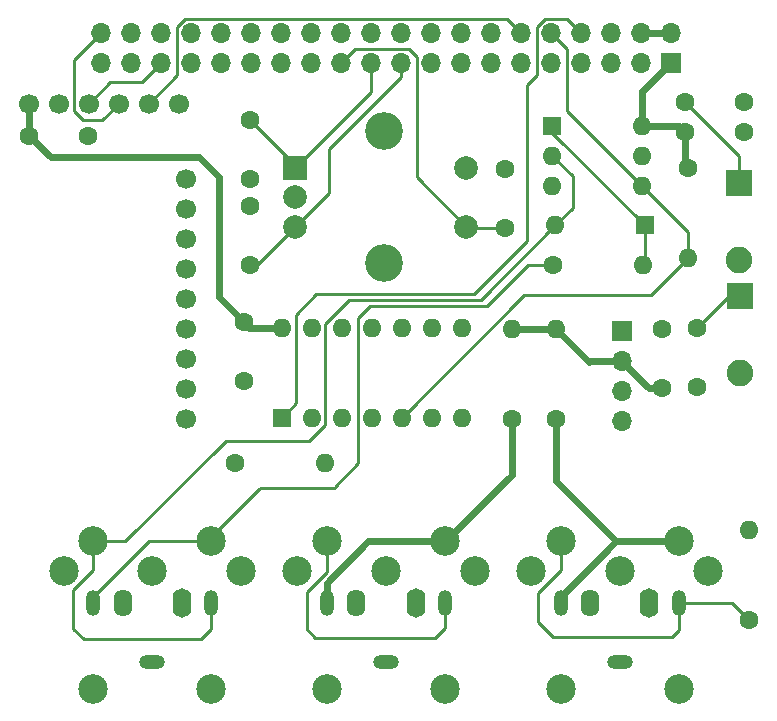
<source format=gtl>
G04 #@! TF.GenerationSoftware,KiCad,Pcbnew,7.0.9*
G04 #@! TF.CreationDate,2023-11-29T14:02:09+00:00*
G04 #@! TF.ProjectId,RPi-400-MIDI-MiniDexed,5250692d-3430-4302-9d4d-4944492d4d69,rev?*
G04 #@! TF.SameCoordinates,Original*
G04 #@! TF.FileFunction,Copper,L1,Top*
G04 #@! TF.FilePolarity,Positive*
%FSLAX46Y46*%
G04 Gerber Fmt 4.6, Leading zero omitted, Abs format (unit mm)*
G04 Created by KiCad (PCBNEW 7.0.9) date 2023-11-29 14:02:09*
%MOMM*%
%LPD*%
G01*
G04 APERTURE LIST*
G04 #@! TA.AperFunction,ComponentPad*
%ADD10R,1.700000X1.700000*%
G04 #@! TD*
G04 #@! TA.AperFunction,ComponentPad*
%ADD11O,1.700000X1.700000*%
G04 #@! TD*
G04 #@! TA.AperFunction,WasherPad*
%ADD12C,2.499360*%
G04 #@! TD*
G04 #@! TA.AperFunction,ComponentPad*
%ADD13C,2.499360*%
G04 #@! TD*
G04 #@! TA.AperFunction,ComponentPad*
%ADD14O,1.200000X2.200000*%
G04 #@! TD*
G04 #@! TA.AperFunction,ComponentPad*
%ADD15O,1.600000X2.300000*%
G04 #@! TD*
G04 #@! TA.AperFunction,ComponentPad*
%ADD16O,2.200000X1.200000*%
G04 #@! TD*
G04 #@! TA.AperFunction,ComponentPad*
%ADD17O,1.600000X2.500000*%
G04 #@! TD*
G04 #@! TA.AperFunction,ComponentPad*
%ADD18C,1.600000*%
G04 #@! TD*
G04 #@! TA.AperFunction,ComponentPad*
%ADD19O,1.600000X1.600000*%
G04 #@! TD*
G04 #@! TA.AperFunction,ComponentPad*
%ADD20C,1.700000*%
G04 #@! TD*
G04 #@! TA.AperFunction,ComponentPad*
%ADD21R,1.600000X1.600000*%
G04 #@! TD*
G04 #@! TA.AperFunction,ComponentPad*
%ADD22R,2.250000X2.250000*%
G04 #@! TD*
G04 #@! TA.AperFunction,ComponentPad*
%ADD23C,2.250000*%
G04 #@! TD*
G04 #@! TA.AperFunction,ComponentPad*
%ADD24R,2.000000X2.000000*%
G04 #@! TD*
G04 #@! TA.AperFunction,ComponentPad*
%ADD25C,2.000000*%
G04 #@! TD*
G04 #@! TA.AperFunction,ComponentPad*
%ADD26C,3.200000*%
G04 #@! TD*
G04 #@! TA.AperFunction,Conductor*
%ADD27C,0.254000*%
G04 #@! TD*
G04 #@! TA.AperFunction,Conductor*
%ADD28C,0.600000*%
G04 #@! TD*
G04 APERTURE END LIST*
D10*
X156630000Y-74770000D03*
D11*
X156630000Y-72230000D03*
X154090000Y-74770000D03*
X154090000Y-72230000D03*
X151550000Y-74770000D03*
X151550000Y-72230000D03*
X149010000Y-74770000D03*
X149010000Y-72230000D03*
X146470000Y-74770000D03*
X146470000Y-72230000D03*
X143930000Y-74770000D03*
X143930000Y-72230000D03*
X141390000Y-74770000D03*
X141390000Y-72230000D03*
X138850000Y-74770000D03*
X138850000Y-72230000D03*
X136310000Y-74770000D03*
X136310000Y-72230000D03*
X133770000Y-74770000D03*
X133770000Y-72230000D03*
X131230000Y-74770000D03*
X131230000Y-72230000D03*
X128690000Y-74770000D03*
X128690000Y-72230000D03*
X126150000Y-74770000D03*
X126150000Y-72230000D03*
X123610000Y-74770000D03*
X123610000Y-72230000D03*
X121070000Y-74770000D03*
X121070000Y-72230000D03*
X118530000Y-74770000D03*
X118530000Y-72230000D03*
X115990000Y-74770000D03*
X115990000Y-72230000D03*
X113450000Y-74770000D03*
X113450000Y-72230000D03*
X110910000Y-74770000D03*
X110910000Y-72230000D03*
X108370000Y-74770000D03*
X108370000Y-72230000D03*
D12*
X147298740Y-127797700D03*
X157301260Y-127797700D03*
D13*
X159798080Y-117802800D03*
X152300000Y-117800260D03*
X144801920Y-117802800D03*
X157296180Y-115300900D03*
X147303820Y-115300900D03*
D14*
X127500000Y-120500000D03*
D15*
X130000000Y-120500000D03*
D16*
X132500000Y-125500000D03*
D14*
X137500000Y-120500000D03*
D17*
X135000000Y-120500000D03*
D12*
X127498740Y-127797700D03*
X137501260Y-127797700D03*
D13*
X139998080Y-117802800D03*
X132500000Y-117800260D03*
X125001920Y-117802800D03*
X137496180Y-115300900D03*
X127503820Y-115300900D03*
D18*
X120950000Y-91910000D03*
X120950000Y-86910000D03*
X146660000Y-91900000D03*
D19*
X154280000Y-91900000D03*
D18*
X119720000Y-108660000D03*
D19*
X127340000Y-108660000D03*
D20*
X114935000Y-78230000D03*
X112395000Y-78230000D03*
X109855000Y-78230000D03*
X107315000Y-78230000D03*
X104775000Y-78230000D03*
X102235000Y-78230000D03*
X115570000Y-104900000D03*
X115570000Y-102360000D03*
X115570000Y-99820000D03*
X115570000Y-97280000D03*
X115570000Y-94740000D03*
X115570000Y-92200000D03*
X115570000Y-89660000D03*
X115570000Y-87120000D03*
X115570000Y-84580000D03*
D14*
X147300000Y-120500000D03*
D15*
X149800000Y-120500000D03*
D16*
X152300000Y-125500000D03*
D14*
X157300000Y-120500000D03*
D17*
X154800000Y-120500000D03*
D21*
X123660000Y-104820000D03*
D19*
X126200000Y-104820000D03*
X128740000Y-104820000D03*
X131280000Y-104820000D03*
X133820000Y-104820000D03*
X136360000Y-104820000D03*
X138900000Y-104820000D03*
X138900000Y-97200000D03*
X136360000Y-97200000D03*
X133820000Y-97200000D03*
X131280000Y-97200000D03*
X128740000Y-97200000D03*
X126200000Y-97200000D03*
X123660000Y-97200000D03*
D18*
X120950000Y-79600000D03*
X120950000Y-84600000D03*
D22*
X162420000Y-84980000D03*
D23*
X162420000Y-91480000D03*
D24*
X124810000Y-83660000D03*
D25*
X124810000Y-88660000D03*
X124810000Y-86160000D03*
D26*
X132310000Y-80560000D03*
X132310000Y-91760000D03*
D25*
X139310000Y-88660000D03*
X139310000Y-83660000D03*
D18*
X146890000Y-104940000D03*
D19*
X146890000Y-97320000D03*
D18*
X142560000Y-88730000D03*
X142560000Y-83730000D03*
X162820000Y-80610000D03*
X157820000Y-80610000D03*
X102310000Y-81000000D03*
X107310000Y-81000000D03*
X143140000Y-104910000D03*
D19*
X143140000Y-97290000D03*
D18*
X155830000Y-102320000D03*
X155830000Y-97320000D03*
D21*
X154440000Y-88540000D03*
D19*
X146820000Y-88540000D03*
D18*
X120440000Y-96730000D03*
X120440000Y-101730000D03*
D14*
X107700000Y-120500000D03*
D15*
X110200000Y-120500000D03*
D16*
X112700000Y-125500000D03*
D14*
X117700000Y-120500000D03*
D17*
X115200000Y-120500000D03*
D22*
X162460000Y-94550000D03*
D23*
X162460000Y-101050000D03*
D12*
X107698740Y-127797700D03*
X117701260Y-127797700D03*
D13*
X120198080Y-117802800D03*
X112700000Y-117800260D03*
X105201920Y-117802800D03*
X117696180Y-115300900D03*
X107703820Y-115300900D03*
D18*
X158860000Y-97260000D03*
X158860000Y-102260000D03*
D10*
X152440000Y-97490000D03*
D11*
X152440000Y-100030000D03*
X152440000Y-102570000D03*
X152440000Y-105110000D03*
D18*
X157850000Y-78060000D03*
X162850000Y-78060000D03*
D21*
X146580000Y-80120000D03*
D19*
X146580000Y-82660000D03*
X146580000Y-85200000D03*
X154200000Y-85200000D03*
X154200000Y-82660000D03*
X154200000Y-80120000D03*
D18*
X163270000Y-121970000D03*
D19*
X163270000Y-114350000D03*
D18*
X158090000Y-83710000D03*
D19*
X158090000Y-91330000D03*
D27*
X130153000Y-96387000D02*
X131170000Y-95370000D01*
X130153000Y-108667000D02*
X130153000Y-96387000D01*
X141030000Y-95370000D02*
X131920000Y-95370000D01*
X146660000Y-91900000D02*
X144500000Y-91900000D01*
X144500000Y-91900000D02*
X141030000Y-95370000D01*
X131170000Y-95370000D02*
X131920000Y-95370000D01*
X128170000Y-110740000D02*
X128170000Y-110650000D01*
X128170000Y-110650000D02*
X130153000Y-108667000D01*
X121907080Y-110740000D02*
X128170000Y-110740000D01*
X121778540Y-110868540D02*
X121907080Y-110740000D01*
X121778540Y-110868540D02*
X117696180Y-114950900D01*
X106843000Y-79650000D02*
X106083000Y-78890000D01*
X106083000Y-74517000D02*
X106083000Y-78890000D01*
X106970000Y-79650000D02*
X106843000Y-79650000D01*
X108435000Y-79650000D02*
X106970000Y-79650000D01*
X109855000Y-78230000D02*
X108435000Y-79650000D01*
X109155000Y-76390000D02*
X107315000Y-78230000D01*
X111830000Y-76390000D02*
X109155000Y-76390000D01*
X113450000Y-74770000D02*
X111830000Y-76390000D01*
X114813000Y-75812000D02*
X114813000Y-75580000D01*
X112395000Y-78230000D02*
X114813000Y-75812000D01*
X114813000Y-71710000D02*
X114813000Y-75580000D01*
D28*
X118340000Y-94630000D02*
X120440000Y-96730000D01*
X118340000Y-84430000D02*
X118340000Y-94630000D01*
X104100000Y-82790000D02*
X116700000Y-82790000D01*
X116700000Y-82790000D02*
X118340000Y-84430000D01*
X102310000Y-81000000D02*
X104100000Y-82790000D01*
X102235000Y-80925000D02*
X102310000Y-81000000D01*
X102235000Y-78230000D02*
X102235000Y-80925000D01*
X120910000Y-97200000D02*
X120440000Y-96730000D01*
X123660000Y-97200000D02*
X120910000Y-97200000D01*
D27*
X144170000Y-94470000D02*
X145510000Y-94470000D01*
X133820000Y-104820000D02*
X144170000Y-94470000D01*
X145510000Y-94470000D02*
X154950000Y-94470000D01*
X118940000Y-106800000D02*
X118760000Y-106980000D01*
X126010000Y-106800000D02*
X118940000Y-106800000D01*
X127365000Y-105445000D02*
X126010000Y-106800000D01*
X127365000Y-96909000D02*
X127365000Y-105445000D01*
X129400000Y-94874000D02*
X127365000Y-96909000D01*
X146820000Y-88540000D02*
X140516000Y-94844000D01*
X140516000Y-94844000D02*
X129400000Y-94844000D01*
X129400000Y-94844000D02*
X129400000Y-94874000D01*
X110439100Y-115300900D02*
X118760000Y-106980000D01*
X124890000Y-96090000D02*
X126590000Y-94390000D01*
X124890000Y-103590000D02*
X124890000Y-96090000D01*
X126590000Y-94390000D02*
X139910000Y-94390000D01*
X123660000Y-104820000D02*
X124890000Y-103590000D01*
X107703820Y-115300900D02*
X110439100Y-115300900D01*
X127503820Y-117909468D02*
X127503820Y-115300900D01*
D28*
X146890000Y-104940000D02*
X146890000Y-110215962D01*
X146890000Y-110215962D02*
X151974938Y-115300900D01*
X151974938Y-115300900D02*
X157296180Y-115300900D01*
X151577919Y-115697919D02*
X151974938Y-115300900D01*
X151577919Y-115697919D02*
X147300000Y-119975838D01*
X143140000Y-109657080D02*
X143140000Y-104910000D01*
X137496180Y-115300900D02*
X143140000Y-109657080D01*
X130760000Y-115540000D02*
X130999100Y-115300900D01*
X130760000Y-115540000D02*
X127500000Y-118800000D01*
X130999100Y-115300900D02*
X137496180Y-115300900D01*
D27*
X112399100Y-115300900D02*
X117696180Y-115300900D01*
X112220000Y-115480000D02*
X112399100Y-115300900D01*
X107700000Y-120000000D02*
X112220000Y-115480000D01*
X161570000Y-94550000D02*
X162460000Y-94550000D01*
X158860000Y-97260000D02*
X161570000Y-94550000D01*
D28*
X157820000Y-83440000D02*
X158090000Y-83710000D01*
X157820000Y-80610000D02*
X157820000Y-83440000D01*
X157330000Y-80120000D02*
X157820000Y-80610000D01*
X154200000Y-80120000D02*
X157330000Y-80120000D01*
D27*
X162420000Y-82630000D02*
X162420000Y-84980000D01*
X157850000Y-78060000D02*
X162420000Y-82630000D01*
X144410000Y-76670000D02*
X145293000Y-75787000D01*
X145982470Y-71053000D02*
X147833000Y-71053000D01*
X144410000Y-89890000D02*
X144410000Y-76670000D01*
X145293000Y-71742470D02*
X145982470Y-71053000D01*
X139910000Y-94390000D02*
X144410000Y-89890000D01*
X145293000Y-75787000D02*
X145293000Y-71742470D01*
X147833000Y-71053000D02*
X149010000Y-72230000D01*
X146470000Y-72230000D02*
X147833000Y-73593000D01*
X158090000Y-89090000D02*
X158090000Y-91330000D01*
X147833000Y-73593000D02*
X147833000Y-78833000D01*
X147833000Y-78833000D02*
X154200000Y-85200000D01*
X154950000Y-94470000D02*
X158090000Y-91330000D01*
X154200000Y-85200000D02*
X158090000Y-89090000D01*
X115470000Y-71053000D02*
X114813000Y-71710000D01*
X143930000Y-72230000D02*
X142753000Y-71053000D01*
X142753000Y-71053000D02*
X115470000Y-71053000D01*
X133770000Y-74770000D02*
X133770000Y-75972081D01*
X133770000Y-75972081D02*
X127661041Y-82081041D01*
X121560000Y-91910000D02*
X120950000Y-91910000D01*
X124810000Y-88660000D02*
X121560000Y-91910000D01*
X127661041Y-85808959D02*
X124810000Y-88660000D01*
X127661041Y-82081041D02*
X127661041Y-85808959D01*
X131230000Y-77240000D02*
X124810000Y-83660000D01*
X120950000Y-79600000D02*
X124810000Y-83460000D01*
X124810000Y-83460000D02*
X124810000Y-83660000D01*
X131230000Y-74770000D02*
X131230000Y-77240000D01*
X142560000Y-88730000D02*
X139380000Y-88730000D01*
X128690000Y-74770000D02*
X129867000Y-73593000D01*
X139380000Y-88730000D02*
X139310000Y-88660000D01*
X134443530Y-73593000D02*
X135133000Y-74282470D01*
X135133000Y-84483000D02*
X139310000Y-88660000D01*
X129867000Y-73593000D02*
X134443530Y-73593000D01*
X135133000Y-74282470D02*
X135133000Y-84483000D01*
X108370000Y-72230000D02*
X106083000Y-74517000D01*
D28*
X143140000Y-97290000D02*
X146860000Y-97290000D01*
X149760000Y-100010000D02*
X152430000Y-100010000D01*
X154090000Y-72230000D02*
X156630000Y-72230000D01*
X146890000Y-97320000D02*
X149670000Y-100100000D01*
X146860000Y-97290000D02*
X146890000Y-97320000D01*
X154740000Y-102320000D02*
X152430000Y-100010000D01*
X155830000Y-102320000D02*
X154740000Y-102320000D01*
X149670000Y-100100000D02*
X149760000Y-100010000D01*
X154200000Y-80120000D02*
X154200000Y-77200000D01*
X154200000Y-77200000D02*
X156630000Y-74770000D01*
D27*
X154440000Y-88540000D02*
X154440000Y-91740000D01*
X146580000Y-80120000D02*
X146580000Y-80680000D01*
X154440000Y-91740000D02*
X154280000Y-91900000D01*
X146580000Y-80680000D02*
X154440000Y-88540000D01*
X148300000Y-87060000D02*
X146820000Y-88540000D01*
X107703820Y-117756180D02*
X106020000Y-119440000D01*
X107703820Y-114950900D02*
X107703820Y-117756180D01*
X146580000Y-82660000D02*
X148300000Y-84380000D01*
X117700000Y-122710000D02*
X117700000Y-120500000D01*
X106020000Y-119440000D02*
X106020000Y-122680000D01*
X106940000Y-123600000D02*
X116810000Y-123600000D01*
X106020000Y-122680000D02*
X106940000Y-123600000D01*
X116810000Y-123600000D02*
X117700000Y-122710000D01*
X148300000Y-84380000D02*
X148300000Y-87060000D01*
D28*
X147300000Y-119975838D02*
X147300000Y-120500000D01*
X156900900Y-114950900D02*
X157296180Y-114950900D01*
D27*
X147300000Y-120500000D02*
X147300000Y-120000000D01*
X156680000Y-123380000D02*
X157300000Y-122760000D01*
X147303820Y-117756180D02*
X145360000Y-119700000D01*
X157300000Y-120500000D02*
X161800000Y-120500000D01*
X145360000Y-119700000D02*
X145360000Y-122130000D01*
X161800000Y-120500000D02*
X163270000Y-121970000D01*
X145360000Y-122130000D02*
X146610000Y-123380000D01*
X147303820Y-114950900D02*
X147303820Y-117756180D01*
X146610000Y-123380000D02*
X156680000Y-123380000D01*
X157300000Y-122760000D02*
X157300000Y-120500000D01*
D28*
X127500000Y-118800000D02*
X127500000Y-120500000D01*
D27*
X127500000Y-120500000D02*
X127500000Y-120000000D01*
X136660000Y-123470000D02*
X137500000Y-122630000D01*
X126520000Y-123470000D02*
X136660000Y-123470000D01*
X127503820Y-117909468D02*
X125795000Y-119618288D01*
X137500000Y-122630000D02*
X137500000Y-120500000D01*
X125795000Y-119618288D02*
X125795000Y-122745000D01*
X125795000Y-122745000D02*
X126520000Y-123470000D01*
X107700000Y-120500000D02*
X107700000Y-120000000D01*
M02*

</source>
